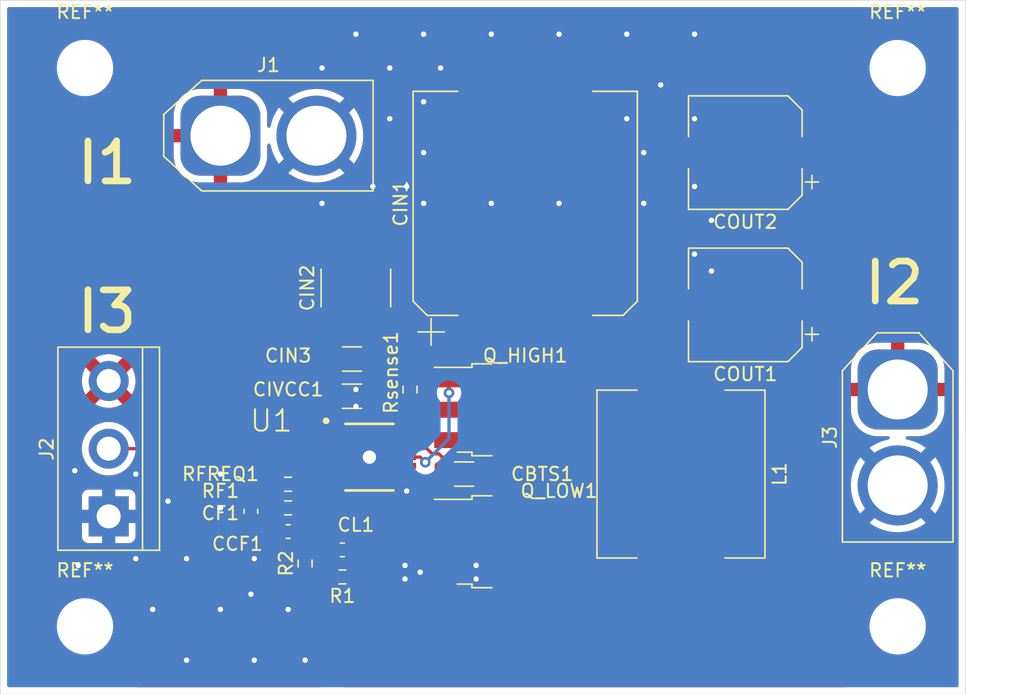
<source format=kicad_pcb>
(kicad_pcb (version 20211014) (generator pcbnew)
  (layers (0 "F.Cu" signal) (31 "B.Cu" signal) (34 "B.Paste" user) (35 "F.Paste" user) (36 "B.SilkS" user "B.Silkscreen") (37 "F.SilkS" user "F.Silkscreen") (38 "B.Mask" user) (39 "F.Mask" user) (44 "Edge.Cuts" user))
  (net 0 "")
  (net 1 "Net-(CBTS1-Pad2)")
  (net 2 "Net-(CBTS1-Pad1)")
  (net 3 "GND")
  (net 4 "Net-(CCF1-Pad1)")
  (net 5 "Net-(CF1-Pad1)")
  (net 6 "Net-(CIN1-Pad1)")
  (net 7 "Net-(CIVCC1-Pad1)")
  (net 8 "Net-(CL1-Pad2)")
  (net 9 "Net-(CL1-Pad1)")
  (net 10 "Net-(Q_HIGH1-Pad1)")
  (net 11 "Net-(Q_LOW1-Pad1)")
  (net 12 "Net-(RFREQ1-Pad1)")
  (net 13 "Net-(Rsense1-Pad1)")
  (net 14 "Net-(U1-Pad3)")
  (footprint "Capacitor_SMD:C_1206_3216Metric_Pad1.33x1.80mm_HandSolder" (layer "F.Cu") (at 116.078 59.69)
    (fp_text reference "CBTS1" (at 5.842 0) (layer "F.SilkS"))
    (fp_text value "270n")
    (fp_line (start -0.711252 0.91) (end 0.711252 0.91) (layer "F.SilkS") (width 0.12))
    (fp_line (start -0.711252 -0.91) (end 0.711252 -0.91) (layer "F.SilkS") (width 0.12))
    (pad "1" smd roundrect locked (at -1.5625 0) (size 1.325 1.8) (layers "F.Cu" "F.Paste" "F.Mask") (roundrect_rratio 0.1886792453) (net 2 "Net-(CBTS1-Pad1)"))
    (pad "2" smd roundrect locked (at 1.5625 0) (size 1.325 1.8) (layers "F.Cu" "F.Paste" "F.Mask") (roundrect_rratio 0.1886792453) (net 1 "Net-(CBTS1-Pad2)"))
  )
  (footprint "Capacitor_SMD:C_0603_1608Metric_Pad1.08x0.95mm_HandSolder" (layer "F.Cu") (at 102.87 64.008 180)
    (fp_text reference "CCF1" (at 3.81 -0.922) (layer "F.SilkS"))
    (fp_text value "12p")
    (fp_line (start -0.146267 -0.51) (end 0.146267 -0.51) (layer "F.SilkS") (width 0.12))
    (fp_line (start -0.146267 0.51) (end 0.146267 0.51) (layer "F.SilkS") (width 0.12))
    (pad "1" smd roundrect locked (at -0.8625 0 180) (size 1.075 0.95) (layers "F.Cu" "F.Paste" "F.Mask") (net 4 "Net-(CCF1-Pad1)"))
    (pad "2" smd roundrect locked (at 0.8625 0 180) (size 1.075 0.95) (layers "F.Cu" "F.Paste" "F.Mask") (net 3 "GND"))
  )
  (footprint "Capacitor_SMD:C_0603_1608Metric_Pad1.08x0.95mm_HandSolder" (layer "F.Cu") (at 100.076 62.484 -90)
    (fp_text reference "CF1" (at 0.146267 2.286 180) (layer "F.SilkS"))
    (fp_text value "15n")
    (fp_line (start -0.146267 -0.51) (end 0.146267 -0.51) (layer "F.SilkS") (width 0.12))
    (fp_line (start -0.146267 0.51) (end 0.146267 0.51) (layer "F.SilkS") (width 0.12))
    (pad "1" smd roundrect locked (at -0.8625 0 270) (size 1.075 0.95) (layers "F.Cu" "F.Paste" "F.Mask") (net 5 "Net-(CF1-Pad1)"))
    (pad "2" smd roundrect locked (at 0.8625 0 270) (size 1.075 0.95) (layers "F.Cu" "F.Paste" "F.Mask") (net 3 "GND"))
  )
  (footprint "Capacitor_SMD:CP_Elec_16x17.5" (layer "F.Cu") (at 120.65 39.37 90)
    (fp_text reference "CIN1" (at 0 -9.35 90) (layer "F.SilkS"))
    (fp_text value "470u")
    (fp_line (start -8.41 -7.345563) (end -8.41 -5.06) (layer "F.SilkS") (width 0.12))
    (fp_line (start -9.65 -8.06) (end -9.65 -6.06) (layer "F.SilkS") (width 0.12))
    (fp_line (start -7.345563 8.41) (end 8.41 8.41) (layer "F.SilkS") (width 0.12))
    (fp_line (start 8.41 8.41) (end 8.41 5.06) (layer "F.SilkS") (width 0.12))
    (fp_line (start -8.41 -7.345563) (end -7.345563 -8.41) (layer "F.SilkS") (width 0.12))
    (fp_line (start -10.65 -7.06) (end -8.65 -7.06) (layer "F.SilkS") (width 0.12))
    (fp_line (start -7.345563 -8.41) (end 8.41 -8.41) (layer "F.SilkS") (width 0.12))
    (fp_line (start 8.41 -8.41) (end 8.41 -5.06) (layer "F.SilkS") (width 0.12))
    (fp_line (start -8.41 7.345563) (end -7.345563 8.41) (layer "F.SilkS") (width 0.12))
    (fp_line (start -8.41 7.345563) (end -8.41 5.06) (layer "F.SilkS") (width 0.12))
    (pad "1" smd roundrect locked (at -6.25 0 90) (size 7.8 9.6) (layers "F.Cu" "F.Paste" "F.Mask") (roundrect_rratio 0.03205102564) (net 6 "Net-(CIN1-Pad1)"))
    (pad "2" smd roundrect locked (at 6.25 0 90) (size 7.8 9.6) (layers "F.Cu" "F.Paste" "F.Mask") (roundrect_rratio 0.03205102564) (net 3 "GND"))
  )
  (footprint "Capacitor_SMD:C_2220_5650Metric_Pad1.97x5.40mm_HandSolder" (layer "F.Cu") (at 107.95 45.72 90)
    (fp_text reference "CIN2" (at 0 -3.65 90) (layer "F.SilkS"))
    (fp_text value "22u")
    (fp_line (start -1.415748 2.61) (end 1.415748 2.61) (layer "F.SilkS") (width 0.12))
    (fp_line (start -1.415748 -2.61) (end 1.415748 -2.61) (layer "F.SilkS") (width 0.12))
    (pad "1" smd roundrect locked (at -2.6375 0 90) (size 1.975 5.4) (layers "F.Cu" "F.Paste" "F.Mask") (roundrect_rratio 0.1265817722) (net 6 "Net-(CIN1-Pad1)"))
    (pad "2" smd roundrect locked (at 2.6375 0 90) (size 1.975 5.4) (layers "F.Cu" "F.Paste" "F.Mask") (roundrect_rratio 0.1265817722) (net 3 "GND"))
  )
  (footprint "Capacitor_SMD:C_1206_3216Metric_Pad1.33x1.80mm_HandSolder" (layer "F.Cu") (at 107.6575 51.054)
    (fp_text reference "CIN3" (at -4.7875 -0.254) (layer "F.SilkS"))
    (fp_text value "1u")
    (fp_line (start -0.711252 -0.91) (end 0.711252 -0.91) (layer "F.SilkS") (width 0.12))
    (fp_line (start -0.711252 0.91) (end 0.711252 0.91) (layer "F.SilkS") (width 0.12))
    (pad "1" smd roundrect locked (at -1.5625 0) (size 1.325 1.8) (layers "F.Cu" "F.Paste" "F.Mask") (roundrect_rratio 0.1886792453) (net 6 "Net-(CIN1-Pad1)"))
    (pad "2" smd roundrect locked (at 1.5625 0) (size 1.325 1.8) (layers "F.Cu" "F.Paste" "F.Mask") (roundrect_rratio 0.1886792453) (net 3 "GND"))
  )
  (footprint "Capacitor_SMD:C_1206_3216Metric_Pad1.33x1.80mm_HandSolder" (layer "F.Cu") (at 107.6575 53.848)
    (fp_text reference "CIVCC1" (at -4.7875 -0.508) (layer "F.SilkS"))
    (fp_text value "1u")
    (fp_line (start -0.711252 -0.91) (end 0.711252 -0.91) (layer "F.SilkS") (width 0.12))
    (fp_line (start -0.711252 0.91) (end 0.711252 0.91) (layer "F.SilkS") (width 0.12))
    (pad "1" smd roundrect locked (at -1.5625 0) (size 1.325 1.8) (layers "F.Cu" "F.Paste" "F.Mask") (roundrect_rratio 0.1886792453) (net 7 "Net-(CIVCC1-Pad1)"))
    (pad "2" smd roundrect locked (at 1.5625 0) (size 1.325 1.8) (layers "F.Cu" "F.Paste" "F.Mask") (roundrect_rratio 0.1886792453) (net 3 "GND"))
  )
  (footprint "Capacitor_SMD:C_0603_1608Metric_Pad1.08x0.95mm_HandSolder" (layer "F.Cu") (at 106.934 65.3815 180)
    (fp_text reference "CL1" (at -1.016 1.8815) (layer "F.SilkS"))
    (fp_text value "120p")
    (fp_line (start -0.146267 0.51) (end 0.146267 0.51) (layer "F.SilkS") (width 0.12))
    (fp_line (start -0.146267 -0.51) (end 0.146267 -0.51) (layer "F.SilkS") (width 0.12))
    (pad "1" smd roundrect locked (at -0.8625 0 180) (size 1.075 0.95) (layers "F.Cu" "F.Paste" "F.Mask") (net 9 "Net-(CL1-Pad1)"))
    (pad "2" smd roundrect locked (at 0.8625 0 180) (size 1.075 0.95) (layers "F.Cu" "F.Paste" "F.Mask") (net 8 "Net-(CL1-Pad2)"))
  )
  (footprint "Capacitor_SMD:CP_Elec_8x11.9" (layer "F.Cu") (at 137.16 46.99 180)
    (fp_text reference "COUT1" (at 0 -5.2) (layer "F.SilkS"))
    (fp_text value "100u")
    (fp_line (start -4.26 -3.195563) (end -4.26 -1.21) (layer "F.SilkS") (width 0.12))
    (fp_line (start -3.195563 -4.26) (end 4.26 -4.26) (layer "F.SilkS") (width 0.12))
    (fp_line (start -5 -2.71) (end -5 -1.71) (layer "F.SilkS") (width 0.12))
    (fp_line (start 4.26 -4.26) (end 4.26 -1.21) (layer "F.SilkS") (width 0.12))
    (fp_line (start -4.26 3.195563) (end -4.26 1.21) (layer "F.SilkS") (width 0.12))
    (fp_line (start 4.26 4.26) (end 4.26 1.21) (layer "F.SilkS") (width 0.12))
    (fp_line (start -5.5 -2.21) (end -4.5 -2.21) (layer "F.SilkS") (width 0.12))
    (fp_line (start -3.195563 4.26) (end 4.26 4.26) (layer "F.SilkS") (width 0.12))
    (fp_line (start -4.26 -3.195563) (end -3.195563 -4.26) (layer "F.SilkS") (width 0.12))
    (fp_line (start -4.26 3.195563) (end -3.195563 4.26) (layer "F.SilkS") (width 0.12))
    (pad "1" smd roundrect (at -3.475 0 180) (size 4.15 1.9) (layers "F.Cu" "F.Paste" "F.Mask") (roundrect_rratio 0.1315789474) (net 9 "Net-(CL1-Pad1)"))
    (pad "2" smd roundrect (at 3.475 0 180) (size 4.15 1.9) (layers "F.Cu" "F.Paste" "F.Mask") (roundrect_rratio 0.1315789474) (net 3 "GND"))
  )
  (footprint "Capacitor_SMD:CP_Elec_8x11.9" (layer "F.Cu") (at 137.16 35.56 180)
    (fp_text reference "COUT2" (at 0 -5.2) (layer "F.SilkS"))
    (fp_text value "100u")
    (fp_line (start -4.26 -3.195563) (end -4.26 -1.21) (layer "F.SilkS") (width 0.12))
    (fp_line (start -3.195563 -4.26) (end 4.26 -4.26) (layer "F.SilkS") (width 0.12))
    (fp_line (start 4.26 4.26) (end 4.26 1.21) (layer "F.SilkS") (width 0.12))
    (fp_line (start -4.26 3.195563) (end -3.195563 4.26) (layer "F.SilkS") (width 0.12))
    (fp_line (start -5.5 -2.21) (end -4.5 -2.21) (layer "F.SilkS") (width 0.12))
    (fp_line (start -3.195563 4.26) (end 4.26 4.26) (layer "F.SilkS") (width 0.12))
    (fp_line (start -5 -2.71) (end -5 -1.71) (layer "F.SilkS") (width 0.12))
    (fp_line (start 4.26 -4.26) (end 4.26 -1.21) (layer "F.SilkS") (width 0.12))
    (fp_line (start -4.26 3.195563) (end -4.26 1.21) (layer "F.SilkS") (width 0.12))
    (fp_line (start -4.26 -3.195563) (end -3.195563 -4.26) (layer "F.SilkS") (width 0.12))
    (pad "1" smd roundrect (at -3.475 0 180) (size 4.15 1.9) (layers "F.Cu" "F.Paste" "F.Mask") (roundrect_rratio 0.1315789474) (net 9 "Net-(CL1-Pad1)"))
    (pad "2" smd roundrect (at 3.475 0 180) (size 4.15 1.9) (layers "F.Cu" "F.Paste" "F.Mask") (roundrect_rratio 0.1315789474) (net 3 "GND"))
  )
  (footprint "Inductor_SMD:L_12x12mm_H8mm" (layer "F.Cu") (at 132.334 59.69 -90)
    (fp_text reference "L1" (at 0 -7.4 90) (layer "F.SilkS"))
    (fp_text value "5.6uH")
    (fp_line (start -6.3 6.3) (end -6.3 3.3) (layer "F.SilkS") (width 0.12))
    (fp_line (start 6.3 3.3) (end 6.3 6.3) (layer "F.SilkS") (width 0.12))
    (fp_line (start 6.3 6.3) (end -6.3 6.3) (layer "F.SilkS") (width 0.12))
    (fp_line (start -6.3 -6.3) (end 6.3 -6.3) (layer "F.SilkS") (width 0.12))
    (fp_line (start -6.3 -3.3) (end -6.3 -6.3) (layer "F.SilkS") (width 0.12))
    (fp_line (start 6.3 -6.3) (end 6.3 -3.3) (layer "F.SilkS") (width 0.12))
    (pad "1" smd rect locked (at -4.95 0 270) (size 2.9 5.4) (layers "F.Cu" "F.Paste" "F.Mask") (net 9 "Net-(CL1-Pad1)"))
    (pad "2" smd rect locked (at 4.95 0 270) (size 2.9 5.4) (layers "F.Cu" "F.Paste" "F.Mask") (net 1 "Net-(CBTS1-Pad2)"))
  )
  (footprint "Package_TO_SOT_SMD:TO-252-3_TabPin2" (layer "F.Cu") (at 119.126 54.864)
    (fp_text reference "Q_HIGH1" (at 1.524 -4.064) (layer "F.SilkS"))
    (fp_text value "Q_NMOS_GDS")
    (fp_line (start -2.47 3.18) (end -3.57 3.18) (layer "F.SilkS") (width 0.12))
    (fp_line (start -0.97 3.45) (end -2.47 3.45) (layer "F.SilkS") (width 0.12))
    (fp_line (start -2.47 -3.45) (end -2.47 -3.18) (layer "F.SilkS") (width 0.12))
    (fp_line (start -2.47 -3.18) (end -5.3 -3.18) (layer "F.SilkS") (width 0.12))
    (fp_line (start -2.47 3.45) (end -2.47 3.18) (layer "F.SilkS") (width 0.12))
    (fp_line (start -0.97 -3.45) (end -2.47 -3.45) (layer "F.SilkS") (width 0.12))
    (pad "1" smd rect locked (at -4.2 -2.28) (size 2.2 1.2) (layers "F.Cu" "F.Paste" "F.Mask") (net 10 "Net-(Q_HIGH1-Pad1)"))
    (pad "2" smd rect locked (at 2.1 0) (size 6.4 5.8) (layers "F.Cu" "F.Mask") (net 6 "Net-(CIN1-Pad1)"))
    (pad "2" smd rect locked (at -4.2 0) (size 2.2 1.2) (layers "F.Cu" "F.Paste" "F.Mask") (net 6 "Net-(CIN1-Pad1)"))
    (pad "3" smd rect locked (at -4.2 2.28) (size 2.2 1.2) (layers "F.Cu" "F.Paste" "F.Mask") (net 1 "Net-(CBTS1-Pad2)"))
  )
  (footprint "Package_TO_SOT_SMD:TO-252-3_TabPin2" (layer "F.Cu") (at 119.126 64.77)
    (fp_text reference "Q_LOW1" (at 4.064 -3.81) (layer "F.SilkS"))
    (fp_text value "Q_NMOS_GDS")
    (fp_line (start -2.47 -3.18) (end -5.3 -3.18) (layer "F.SilkS") (width 0.12))
    (fp_line (start -2.47 -3.45) (end -2.47 -3.18) (layer "F.SilkS") (width 0.12))
    (fp_line (start -2.47 3.18) (end -3.57 3.18) (layer "F.SilkS") (width 0.12))
    (fp_line (start -2.47 3.45) (end -2.47 3.18) (layer "F.SilkS") (width 0.12))
    (fp_line (start -0.97 -3.45) (end -2.47 -3.45) (layer "F.SilkS") (width 0.12))
    (fp_line (start -0.97 3.45) (end -2.47 3.45) (layer "F.SilkS") (width 0.12))
    (pad "1" smd rect locked (at -4.2 -2.28) (size 2.2 1.2) (layers "F.Cu" "F.Paste" "F.Mask") (net 11 "Net-(Q_LOW1-Pad1)"))
    (pad "2" smd rect locked (at 2.1 0) (size 6.4 5.8) (layers "F.Cu" "F.Mask") (net 1 "Net-(CBTS1-Pad2)"))
    (pad "2" smd rect locked (at -4.2 0) (size 2.2 1.2) (layers "F.Cu" "F.Paste" "F.Mask") (net 1 "Net-(CBTS1-Pad2)"))
    (pad "3" smd rect locked (at -4.2 2.28) (size 2.2 1.2) (layers "F.Cu" "F.Paste" "F.Mask") (net 3 "GND"))
  )
  (footprint "Resistor_SMD:R_0603_1608Metric_Pad0.98x0.95mm_HandSolder" (layer "F.Cu") (at 106.934 67.4135 180)
    (fp_text reference "R1" (at 0 -1.43) (layer "F.SilkS"))
    (fp_text value "100k")
    (fp_line (start -0.254724 -0.5225) (end 0.254724 -0.5225) (layer "F.SilkS") (width 0.12))
    (fp_line (start -0.254724 0.5225) (end 0.254724 0.5225) (layer "F.SilkS") (width 0.12))
    (pad "1" smd roundrect locked (at -0.9125 0 180) (size 0.975 0.95) (layers "F.Cu" "F.Paste" "F.Mask") (net 9 "Net-(CL1-Pad1)"))
    (pad "2" smd roundrect locked (at 0.9125 0 180) (size 0.975 0.95) (layers "F.Cu" "F.Paste" "F.Mask") (net 8 "Net-(CL1-Pad2)"))
  )
  (footprint "Resistor_SMD:R_0603_1608Metric_Pad0.98x0.95mm_HandSolder" (layer "F.Cu") (at 104.14 66.3975 90)
    (fp_text reference "R2" (at 0 -1.43 90) (layer "F.SilkS"))
    (fp_text value "8k")
    (fp_line (start -0.254724 -0.5225) (end 0.254724 -0.5225) (layer "F.SilkS") (width 0.12))
    (fp_line (start -0.254724 0.5225) (end 0.254724 0.5225) (layer "F.SilkS") (width 0.12))
    (pad "1" smd roundrect locked (at -0.9125 0 90) (size 0.975 0.95) (layers "F.Cu" "F.Paste" "F.Mask") (net 8 "Net-(CL1-Pad2)"))
    (pad "2" smd roundrect locked (at 0.9125 0 90) (size 0.975 0.95) (layers "F.Cu" "F.Paste" "F.Mask") (net 3 "GND"))
  )
  (footprint "Resistor_SMD:R_0603_1608Metric_Pad0.98x0.95mm_HandSolder" (layer "F.Cu") (at 102.87 62.23 180)
    (fp_text reference "RF1" (at 5.08 1.27) (layer "F.SilkS"))
    (fp_text value "6.65k")
    (fp_line (start -0.254724 -0.5225) (end 0.254724 -0.5225) (layer "F.SilkS") (width 0.12))
    (fp_line (start -0.254724 0.5225) (end 0.254724 0.5225) (layer "F.SilkS") (width 0.12))
    (pad "1" smd roundrect locked (at -0.9125 0 180) (size 0.975 0.95) (layers "F.Cu" "F.Paste" "F.Mask") (net 4 "Net-(CCF1-Pad1)"))
    (pad "2" smd roundrect locked (at 0.9125 0 180) (size 0.975 0.95) (layers "F.Cu" "F.Paste" "F.Mask") (net 5 "Net-(CF1-Pad1)"))
  )
  (footprint "Resistor_SMD:R_0603_1608Metric_Pad0.98x0.95mm_HandSolder" (layer "F.Cu") (at 102.87 60.452 180)
    (fp_text reference "RFREQ1" (at 5.08 0.762) (layer "F.SilkS"))
    (fp_text value "20k")
    (fp_line (start -0.254724 0.5225) (end 0.254724 0.5225) (layer "F.SilkS") (width 0.12))
    (fp_line (start -0.254724 -0.5225) (end 0.254724 -0.5225) (layer "F.SilkS") (width 0.12))
    (pad "1" smd roundrect locked (at -0.9125 0 180) (size 0.975 0.95) (layers "F.Cu" "F.Paste" "F.Mask") (net 12 "Net-(RFREQ1-Pad1)"))
    (pad "2" smd roundrect locked (at 0.9125 0 180) (size 0.975 0.95) (layers "F.Cu" "F.Paste" "F.Mask") (net 3 "GND"))
  )
  (footprint "Resistor_SMD:R_0603_1608Metric_Pad0.98x0.95mm_HandSolder" (layer "F.Cu") (at 112.014 53.34 90)
    (fp_text reference "Rsense1" (at 1.27 -1.43 90) (layer "F.SilkS"))
    (fp_text value "1.1k")
    (fp_line (start -0.254724 0.5225) (end 0.254724 0.5225) (layer "F.SilkS") (width 0.12))
    (fp_line (start -0.254724 -0.5225) (end 0.254724 -0.5225) (layer "F.SilkS") (width 0.12))
    (pad "1" smd roundrect locked (at -0.9125 0 90) (size 0.975 0.95) (layers "F.Cu" "F.Paste" "F.Mask") (net 13 "Net-(Rsense1-Pad1)"))
    (pad "2" smd roundrect locked (at 0.9125 0 90) (size 0.975 0.95) (layers "F.Cu" "F.Paste" "F.Mask") (net 6 "Net-(CIN1-Pad1)"))
  )
  (footprint "pcb_15V:SOP65P600X170-15N-V2" (layer "F.Cu") (at 108.966 58.42)
    (fp_text reference "U1" (at -7.366 -2.725) (layer "F.SilkS") (effects (font (size 1.6 1.6))))
    (fp_text value "TLF51801ELV")
    (fp_line (start -1.8 2.5) (end 1.8 2.5) (layer "F.SilkS") (width 0.2))
    (fp_line (start -1.8 -2.5) (end 1.8 -2.5) (layer "F.SilkS") (width 0.2))
    (fp_circle (center -3.252 -2.725) (end -3.127 -2.725) (layer "F.SilkS") (width 0.25) (fill none))
    (pad "1" smd rect locked (at -2.845 -1.95) (size 1.31 0.45) (layers "F.Cu" "F.Paste" "F.Mask") (net 7 "Net-(CIVCC1-Pad1)"))
    (pad "2" smd rect locked (at -2.845 -1.3) (size 1.31 0.45) (layers "F.Cu" "F.Paste" "F.Mask") (net 6 "Net-(CIN1-Pad1)"))
    (pad "3" smd rect locked (at -2.845 -0.65) (size 1.31 0.45) (layers "F.Cu" "F.Paste" "F.Mask") (net 14 "Net-(U1-Pad3)"))
    (pad "4" smd rect locked (at -2.845 0) (size 1.31 0.45) (layers "F.Cu" "F.Paste" "F.Mask") (net 3 "GND"))
    (pad "5" smd rect locked (at -2.845 0.65) (size 1.31 0.45) (layers "F.Cu" "F.Paste" "F.Mask") (net 12 "Net-(RFREQ1-Pad1)"))
    (pad "6" smd rect locked (at -2.845 1.3) (size 1.31 0.45) (layers "F.Cu" "F.Paste" "F.Mask") (net 4 "Net-(CCF1-Pad1)"))
    (pad "7" smd rect locked (at -2.845 1.95) (size 1.31 0.45) (layers "F.Cu" "F.Paste" "F.Mask") (net 8 "Net-(CL1-Pad2)"))
    (pad "8" smd rect locked (at 2.845 1.95) (size 1.31 0.45) (layers "F.Cu" "F.Paste" "F.Mask") (net 3 "GND"))
    (pad "9" smd rect locked (at 2.845 1.3) (size 1.31 0.45) (layers "F.Cu" "F.Paste" "F.Mask") (net 11 "Net-(Q_LOW1-Pad1)"))
    (pad "10" smd rect locked (at 2.845 0.65) (size 1.31 0.45) (layers "F.Cu" "F.Paste" "F.Mask") (net 1 "Net-(CBTS1-Pad2)"))
    (pad "11" smd rect locked (at 2.845 0) (size 1.31 0.45) (layers "F.Cu" "F.Paste" "F.Mask") (net 10 "Net-(Q_HIGH1-Pad1)"))
    (pad "12" smd rect locked (at 2.845 -0.65) (size 1.31 0.45) (layers "F.Cu" "F.Paste" "F.Mask") (net 2 "Net-(CBTS1-Pad1)"))
    (pad "13" smd rect locked (at 2.845 -1.3) (size 1.31 0.45) (layers "F.Cu" "F.Paste" "F.Mask") (net 1 "Net-(CBTS1-Pad2)"))
    (pad "14" smd rect locked (at 2.845 -1.95) (size 1.31 0.45) (layers "F.Cu" "F.Paste" "F.Mask") (net 13 "Net-(Rsense1-Pad1)"))
    (pad "15" smd rect locked (at 0 0) (size 2.65 3) (layers "F.Cu" "F.Mask"))
  )
  (footprint "robotto:TerminalBlock_bornier-3_P5.08mm" (layer "F.Cu") (at 89.408 62.865 90)
    (fp_text reference "J2" (at 5.05 -4.65 90) (layer "F.SilkS"))
    (fp_text value "Conn_01x03_Male")
    (fp_line (start -2.54 -3.81) (end 12.7 -3.81) (layer "F.SilkS") (width 0.12))
    (fp_line (start 12.7 3.81) (end 12.7 -3.81) (layer "F.SilkS") (width 0.12))
    (fp_line (start -2.54 3.81) (end 12.7 3.81) (layer "F.SilkS") (width 0.12))
    (fp_line (start -2.54 3.81) (end -2.54 -3.81) (layer "F.SilkS") (width 0.12))
    (fp_line (start -2.54 2.54) (end 12.7 2.54) (layer "F.SilkS") (width 0.12))
    (pad "1" thru_hole rect (at 0 0 90) (size 3 3) (drill 1.8) (layers *.Cu *.Mask) (net 3 "GND"))
    (pad "2" thru_hole circle (at 5.08 0 90) (size 3 3) (drill 1.8) (layers *.Cu *.Mask) (net 14 "Net-(U1-Pad3)"))
    (pad "3" thru_hole circle (at 10.16 0 90) (size 3 3) (drill 1.8) (layers *.Cu *.Mask) (net 6 "Net-(CIN1-Pad1)"))
  )
  (footprint "Connector_AMASS:AMASS_XT60-F_1x02_P7.20mm_Vertical" (layer "F.Cu") (at 97.79 34.29)
    (fp_text reference "J1" (at 3.6 -5.3 180) (layer "F.SilkS"))
    (fp_text value "Conn_01x02_Female")
    (fp_line (start -4.25 1.55) (end -1.4 4.15) (layer "F.SilkS") (width 0.12))
    (fp_line (start -1.4 -4.15) (end -4.25 -1.6) (layer "F.SilkS") (width 0.12))
    (fp_line (start -1.4 4.15) (end 11.45 4.15) (layer "F.SilkS") (width 0.12))
    (fp_line (start 11.45 -4.15) (end -1.4 -4.15) (layer "F.SilkS") (width 0.12))
    (fp_line (start -4.25 -1.6) (end -4.25 1.55) (layer "F.SilkS") (width 0.12))
    (fp_line (start 11.45 4.15) (end 11.45 -4.15) (layer "F.SilkS") (width 0.12))
    (pad "1" thru_hole roundrect (at 0 0) (size 6 6) (drill 4.5) (layers *.Cu *.Mask) (net 6 "Net-(CIN1-Pad1)"))
    (pad "2" thru_hole circle (at 7.2 0) (size 6 6) (drill 4.5) (layers *.Cu *.Mask) (net 3 "GND"))
  )
  (footprint "MountingHole:MountingHole_3.2mm_M3" (layer "F.Cu") (at 148.59 29.21)
    (fp_text reference "REF**" (at 0 -4.2) (layer "F.SilkS"))
    (fp_text value "MountingHole_3.2mm_M3")
    (pad "" np_thru_hole circle (at 0 0) (size 3.2 3.2) (drill 3.2) (layers *.Cu *.Mask))
  )
  (footprint "Connector_AMASS:AMASS_XT60-F_1x02_P7.20mm_Vertical" (layer "F.Cu") (at 148.59 53.34 -90)
    (fp_text reference "J3" (at 3.6 5.08 90) (layer "F.SilkS"))
    (fp_text value "Conn_01x02_Female")
    (fp_line (start -1.4 4.15) (end 11.45 4.15) (layer "F.SilkS") (width 0.12))
    (fp_line (start -1.4 -4.15) (end -4.25 -1.6) (layer "F.SilkS") (width 0.12))
    (fp_line (start 11.45 -4.15) (end -1.4 -4.15) (layer "F.SilkS") (width 0.12))
    (fp_line (start -4.25 -1.6) (end -4.25 1.55) (layer "F.SilkS") (width 0.12))
    (fp_line (start 11.45 4.15) (end 11.45 -4.15) (layer "F.SilkS") (width 0.12))
    (fp_line (start -4.25 1.55) (end -1.4 4.15) (layer "F.SilkS") (width 0.12))
    (pad "1" thru_hole roundrect (at 0 0 270) (size 6 6) (drill 4.5) (layers *.Cu *.Mask) (net 9 "Net-(CL1-Pad1)"))
    (pad "2" thru_hole circle (at 7.2 0 270) (size 6 6) (drill 4.5) (layers *.Cu *.Mask) (net 3 "GND"))
  )
  (footprint "MountingHole:MountingHole_3.2mm_M3" (layer "F.Cu") (at 87.63 71.12)
    (fp_text reference "REF**" (at 0 -4.2) (layer "F.SilkS"))
    (fp_text value "MountingHole_3.2mm_M3")
    (pad "" np_thru_hole circle (at 0 0) (size 3.2 3.2) (drill 3.2) (layers *.Cu *.Mask))
  )
  (footprint "MountingHole:MountingHole_3.2mm_M3" (layer "F.Cu") (at 87.63 29.21)
    (fp_text reference "REF**" (at 0 -4.2) (layer "F.SilkS"))
    (fp_text value "MountingHole_3.2mm_M3")
    (pad "" np_thru_hole circle (at 0 0) (size 3.2 3.2) (drill 3.2) (layers *.Cu *.Mask))
  )
  (footprint "MountingHole:MountingHole_3.2mm_M3" (layer "F.Cu") (at 148.59 71.12)
    (fp_text reference "REF**" (at 0 -4.2) (layer "F.SilkS"))
    (fp_text value "MountingHole_3.2mm_M3")
    (pad "" np_thru_hole circle (at 0 0) (size 3.2 3.2) (drill 3.2) (layers *.Cu *.Mask))
  )
  (gr_rect (start 81.28 24.13) (end 153.67 76.2) (layer "Edge.Cuts") (width 0.05) (fill none))
  (gr_text "robotto   15V powerboard\n" (at 83.82 50.8 270) (layer "F.Cu") (effects (font (size 1.5 1.5) (thickness 0.3))))
  (gr_text "I2" (at 148.336 45.339) (layer "F.SilkS") (effects (font (size 3 3) (thickness 0.5))))
  (gr_text "I1" (at 89.281 36.322) (layer "F.SilkS") (effects (font (size 3 3) (thickness 0.5))))
  (gr_text "I3" (at 89.281 47.498) (layer "F.SilkS") (effects (font (size 3 3) (thickness 0.5))))
  (segment (start 110.744 58.928) (end 110.744 57.277) (width 0.25) (layer "F.Cu") (net 1))
  (segment (start 117.6405 59.69) (end 116.84 59.69) (width 0.7) (layer "F.Cu") (net 1))
  (segment (start 116.332 57.658) (end 115.818 57.144) (width 1) (layer "F.Cu") (net 1))
  (segment (start 110.886 59.07) (end 110.744 58.928) (width 0.25) (layer "F.Cu") (net 1))
  (segment (start 116.84 59.69) (end 116.332 59.182) (width 1) (layer "F.Cu") (net 1))
  (segment (start 116.332 59.182) (end 116.332 57.658) (width 1.5) (layer "F.Cu") (net 1))
  (segment (start 114.902 57.12) (end 114.926 57.144) (width 0.25) (layer "F.Cu") (net 1))
  (segment (start 132.204 64.77) (end 132.334 64.64) (width 0.7) (layer "F.Cu") (net 1))
  (segment (start 115.818 57.144) (end 114.926 57.144) (width 0.7) (layer "F.Cu") (net 1))
  (segment (start 110.901 57.12) (end 111.811 57.12) (width 0.25) (layer "F.Cu") (net 1))
  (segment (start 111.811 59.07) (end 110.886 59.07) (width 0.25) (layer "F.Cu") (net 1))
  (segment (start 111.811 57.12) (end 114.902 57.12) (width 0.25) (layer "F.Cu") (net 1))
  (segment (start 110.744 57.277) (end 110.901 57.12) (width 0.25) (layer "F.Cu") (net 1))
  (segment (start 114.427 58.42) (end 114.173 58.166) (width 0.25) (layer "F.Cu") (net 2))
  (segment (start 113.269 57.77) (end 111.811 57.77) (width 0.25) (layer "F.Cu") (net 2))
  (segment (start 113.665 58.166) (end 113.269 57.77) (width 0.25) (layer "F.Cu") (net 2))
  (segment (start 114.173 58.166) (end 113.665 58.166) (width 0.25) (layer "F.Cu") (net 2))
  (segment (start 114.427 59.6015) (end 114.427 58.42) (width 0.25) (layer "F.Cu") (net 2))
  (segment (start 114.5155 59.69) (end 114.427 59.6015) (width 0.25) (layer "F.Cu") (net 2))
  (segment (start 108.712 53.848) (end 107.95 54.61) (width 0.25) (layer "F.Cu") (net 3))
  (segment (start 106.121 58.42) (end 104.2145 58.42) (width 0.25) (layer "F.Cu") (net 3))
  (segment (start 108.204 43.0825) (end 108.204 41.656) (width 2) (layer "F.Cu") (net 3))
  (segment (start 108.204 41.656) (end 111.76 38.1) (width 2) (layer "F.Cu") (net 3))
  (segment (start 104.2145 58.42) (end 104.14 58.4945) (width 0.25) (layer "F.Cu") (net 3))
  (segment (start 111.811 60.37) (end 111.811 60.909) (width 0.25) (layer "F.Cu") (net 3))
  (segment (start 111.811 60.909) (end 111.76 60.96) (width 0.25) (layer "F.Cu") (net 3))
  (segment (start 114.926 67.05) (end 114.04 67.05) (width 0.25) (layer "F.Cu") (net 3))
  (segment (start 109.22 51.054) (end 109.22 52.07) (width 0.25) (layer "F.Cu") (net 3))
  (segment (start 109.22 53.848) (end 108.712 53.848) (width 0.25) (layer "F.Cu") (net 3))
  (segment (start 109.22 52.07) (end 107.95 53.34) (width 0.25) (layer "F.Cu") (net 3))
  (via (at 109.22 38.1) (size 0.8) (drill 0.4) (layers "F.Cu" "B.Cu") (net 3))
  (via (at 102.87 69.85) (size 0.8) (drill 0.4) (layers "F.Cu" "B.Cu") (net 3))
  (via (at 129.54 39.37) (size 0.8) (drill 0.4) (layers "F.Cu" "B.Cu") (net 3))
  (via (at 123.19 26.67) (size 0.8) (drill 0.4) (layers "F.Cu" "B.Cu") (net 3))
  (via (at 133.35 26.67) (size 0.8) (drill 0.4) (layers "F.Cu" "B.Cu") (net 3))
  (via (at 107.95 54.61) (size 0.8) (drill 0.4) (layers "F.Cu" "B.Cu") (net 3))
  (via (at 113.03 35.56) (size 0.8) (drill 0.4) (layers "F.Cu" "B.Cu") (net 3))
  (via (at 97.79 62.23) (size 0.8) (drill 0.4) (layers "F.Cu" "B.Cu") (net 3))
  (via (at 111.76 38.1) (size 0.8) (drill 0.4) (layers "F.Cu" "B.Cu") (net 3))
  (via (at 110.49 33.02) (size 0.8) (drill 0.4) (layers "F.Cu" "B.Cu") (net 3))
  (via (at 130.81 30.48) (size 0.8) (drill 0.4) (layers "F.Cu" "B.Cu") (net 3))
  (via (at 97.79 59.69) (size 0.8) (drill 0.4) (layers "F.Cu" "B.Cu") (net 3))
  (via (at 111.633 67.564) (size 0.8) (drill 0.4) (layers "F.Cu" "B.Cu") (net 3))
  (via (at 100.33 73.66) (size 0.8) (drill 0.4) (layers "F.Cu" "B.Cu") (net 3))
  (via (at 114.3 29.21) (size 0.8) (drill 0.4) (layers "F.Cu" "B.Cu") (net 3))
  (via (at 133.35 33.02) (size 0.8) (drill 0.4) (layers "F.Cu" "B.Cu") (net 3))
  (via (at 113.03 39.37) (size 0.8) (drill 0.4) (layers "F.Cu" "B.Cu") (net 3))
  (via (at 134.62 40.64) (size 0.8) (drill 0.4) (layers "F.Cu" "B.Cu") (net 3))
  (via (at 128.27 33.02) (size 0.8) (drill 0.4) (layers "F.Cu" "B.Cu") (net 3))
  (via (at 110.49 29.21) (size 0.8) (drill 0.4) (layers "F.Cu" "B.Cu") (net 3))
  (via (at 92.71 69.85) (size 0.8) (drill 0.4) (layers "F.Cu" "B.Cu") (net 3))
  (via (at 95.25 73.66) (size 0.8) (drill 0.4) (layers "F.Cu" "B.Cu") (net 3))
  (via (at 87.122 66.548) (size 0.8) (drill 0.4) (layers "F.Cu" "B.Cu") (net 3))
  (via (at 112.776 67.056) (size 0.8) (drill 0.4) (layers "F.Cu" "B.Cu") (net 3))
  (via (at 123.19 39.37) (size 0.8) (drill 0.4) (layers "F.Cu" "B.Cu") (net 3))
  (via (at 113.03 26.67) (size 0.8) (drill 0.4) (layers "F.Cu" "B.Cu") (net 3))
  (via (at 118.11 26.67) (size 0.8) (drill 0.4) (layers "F.Cu" "B.Cu") (net 3))
  (via (at 104.14 73.66) (size 0.8) (drill 0.4) (layers "F.Cu" "B.Cu") (net 3))
  (via (at 86.868 59.436) (size 0.8) (drill 0.4) (layers "F.Cu" "B.Cu") (net 3))
  (via (at 97.79 69.85) (size 0.8) (drill 0.4) (layers "F.Cu" "B.Cu") (net 3))
  (via (at 118.11 39.37) (size 0.8) (drill 0.4) (layers "F.Cu" "B.Cu") (net 3))
  (via (at 100.33 66.04) (size 0.8) (drill 0.4) (layers "F.Cu" "B.Cu") (net 3))
  (via (at 129.54 35.56) (size 0.8) (drill 0.4) (layers "F.Cu" "B.Cu") (net 3))
  (via (at 95.25 66.04) (size 0.8) (drill 0.4) (layers "F.Cu" "B.Cu") (net 3))
  (via (at 108.966 58.42) (size 2) (drill 1) (layers "F.Cu" "B.Cu") (net 3))
  (via (at 133.35 38.1) (size 0.8) (drill 0.4) (layers "F.Cu" "B.Cu") (net 3))
  (via (at 134.62 44.45) (size 0.8) (drill 0.4) (layers "F.Cu" "B.Cu") (net 3))
  (via (at 105.41 29.21) (size 0.8) (drill 0.4) (layers "F.Cu" "B.Cu") (net 3))
  (via (at 128.27 26.67) (size 0.8) (drill 0.4) (layers "F.Cu" "B.Cu") (net 3))
  (via (at 107.95 26.67) (size 0.8) (drill 0.4) (layers "F.Cu" "B.Cu") (net 3))
  (via (at 116.967 67.564) (size 0.8) (drill 0.4) (layers "F.Cu" "B.Cu") (net 3))
  (via (at 113.03 31.75) (size 0.8) (drill 0.4) (layers "F.Cu" "B.Cu") (net 3))
  (via (at 91.44 66.04) (size 0.8) (drill 0.4) (layers "F.Cu" "B.Cu") (net 3))
  (via (at 100.076 68.707) (size 0.8) (drill 0.4) (layers "F.Cu" "B.Cu") (net 3))
  (via (at 107.95 53.34) (size 0.8) (drill 0.4) (layers "F.Cu" "B.Cu") (net 3))
  (via (at 93.853 61.722) (size 0.8) (drill 0.4) (layers "F.Cu" "B.Cu") (net 3))
  (via (at 91.44 59.69) (size 0.8) (drill 0.4) (layers "F.Cu" "B.Cu") (net 3))
  (via (at 111.76 60.96) (size 0.8) (drill 0.4) (layers "F.Cu" "B.Cu") (net 3))
  (via (at 111.633 66.548) (size 0.8) (drill 0.4) (layers "F.Cu" "B.Cu") (net 3))
  (via (at 116.967 66.548) (size 0.8) (drill 0.4) (layers "F.Cu" "B.Cu") (net 3))
  (via (at 105.41 39.37) (size 0.8) (drill 0.4) (layers "F.Cu" "B.Cu") (net 3))
  (via (at 133.35 43.18) (size 0.8) (drill 0.4) (layers "F.Cu" "B.Cu") (net 3))
  (segment (start 106.121 59.72) (end 105.216 59.72) (width 0.25) (layer "F.Cu") (net 4))
  (segment (start 104.595 60.341) (end 104.595 61.4175) (width 0.25) (layer "F.Cu") (net 4))
  (segment (start 105.216 59.72) (end 104.595 60.341) (width 0.25) (layer "F.Cu") (net 4))
  (segment (start 103.7825 62.23) (end 103.7825 63.958) (width 0.25) (layer "F.Cu") (net 4))
  (segment (start 103.7825 63.958) (end 103.7325 64.008) (width 0.25) (layer "F.Cu") (net 4))
  (segment (start 104.595 61.4175) (end 103.7825 62.23) (width 0.25) (layer "F.Cu") (net 4))
  (segment (start 100.6845 62.23) (end 100.076 61.6215) (width 0.25) (layer "F.Cu") (net 5))
  (segment (start 101.9575 62.23) (end 100.6845 62.23) (width 0.25) (layer "F.Cu") (net 5))
  (segment (start 105.38 57.12) (end 104.14 55.88) (width 0.25) (layer "F.Cu") (net 6))
  (segment (start 106.095 51.054) (end 106.095 50.4665) (width 0.7) (layer "F.Cu") (net 6))
  (segment (start 106.121 57.12) (end 105.38 57.12) (width 0.25) (layer "F.Cu") (net 6))
  (segment (start 108.717371 48.3575) (end 108.204 48.3575) (width 0.7) (layer "F.Cu") (net 6))
  (segment (start 112.014 52.4275) (end 111.9695 52.4275) (width 0.7) (layer "F.Cu") (net 6))
  (segment (start 114.926 54.864) (end 114.406 54.864) (width 0.7) (layer "F.Cu") (net 6))
  (segment (start 106.095 53.848) (end 106.121 53.874) (width 0.25) (layer "F.Cu") (net 7))
  (segment (start 106.121 53.874) (end 106.121 56.47) (width 0.25) (layer "F.Cu") (net 7))
  (segment (start 106.121 67.314) (end 106.0215 67.4135) (width 0.25) (layer "F.Cu") (net 8))
  (segment (start 106.121 60.37) (end 106.121 65.1785) (width 0.25) (layer "F.Cu") (net 8))
  (segment (start 106.0715 67.3635) (end 106.0215 67.4135) (width 0.25) (layer "F.Cu") (net 8))
  (segment (start 105.918 67.31) (end 106.0215 67.4135) (width 0.25) (layer "F.Cu") (net 8))
  (segment (start 106.0715 65.3815) (end 106.0715 67.3635) (width 0.25) (layer "F.Cu") (net 8))
  (segment (start 104.14 67.31) (end 105.918 67.31) (width 0.25) (layer "F.Cu") (net 8))
  (segment (start 107.7965 65.3815) (end 107.7965 67.3635) (width 0.7) (layer "F.Cu") (net 9))
  (segment (start 107.7965 67.3635) (end 107.8465 67.4135) (width 0.7) (layer "F.Cu") (net 9))
  (segment (start 140.97 47.325) (end 140.635 46.99) (width 0.7) (layer "F.Cu") (net 9))
  (segment (start 114.926 53.434) (end 114.935 53.443) (width 0.25) (layer "F.Cu") (net 10))
  (segment (start 114.926 52.584) (end 114.926 53.434) (width 0.25) (layer "F.Cu") (net 10))
  (segment (start 114.814 52.584) (end 114.926 52.584) (width 0.25) (layer "F.Cu") (net 10))
  (segment (start 112.776 58.42) (end 113.157 58.801) (width 0.25) (layer "F.Cu") (net 10))
  (segment (start 114.935 53.443) (end 114.935 53.594) (width 0.25) (layer "F.Cu") (net 10))
  (segment (start 111.811 58.42) (end 112.776 58.42) (width 0.25) (layer "F.Cu") (net 10))
  (via (at 114.935 53.594) (size 0.8) (drill 0.4) (layers "F.Cu" "B.Cu") (net 10))
  (via (at 113.157 58.801) (size 0.8) (drill 0.4) (layers "F.Cu" "B.Cu") (net 10))
  (segment (start 114.935 57.023) (end 114.935 53.594) (width 0.25) (layer "B.Cu") (net 10))
  (segment (start 113.157 58.801) (end 114.935 57.023) (width 0.25) (layer "B.Cu") (net 10))
  (segment (start 111.811 59.72) (end 112.716 59.72) (width 0.25) (layer "F.Cu") (net 11))
  (segment (start 113.03 62.103) (end 113.417 62.49) (width 0.25) (layer "F.Cu") (net 11))
  (segment (start 113.417 62.49) (end 114.926 62.49) (width 0.25) (layer "F.Cu") (net 11))
  (segment (start 113.03 60.034) (end 113.03 62.103) (width 0.25) (layer "F.Cu") (net 11))
  (segment (start 112.716 59.72) (end 113.03 60.034) (width 0.25) (layer "F.Cu") (net 11))
  (segment (start 105.1645 59.07) (end 106.121 59.07) (width 0.25) (layer "F.Cu") (net 12))
  (segment (start 103.7825 60.452) (end 105.1645 59.07) (width 0.25) (layer "F.Cu") (net 12))
  (segment (start 111.811 56.47) (end 111.811 54.4555) (width 0.25) (layer "F.Cu") (net 13))
  (segment (start 111.811 54.4555) (end 112.014 54.2525) (width 0.25) (layer "F.Cu") (net 13))
  (segment (start 95.9 57.77) (end 95.885 57.785) (width 0.25) (layer "F.Cu") (net 14))
  (segment (start 95.9 57.77) (end 106.121 57.77) (width 0.25) (layer "F.Cu") (net 14))
  (segment (start 95.885 57.785) (end 89.408 57.785) (width 0.25) (layer "F.Cu") (net 14))
  (zone (net 3) (net_name "GND") (layer "F.Cu") (connect_pads (clearance 0.508)) (min_thickness 0.254) (fill yes (thermal_gap 0.508) (thermal_bridge_width 1))
    (polygon (pts (xy 135.89 49.53) (xy 132.08 49.53) (xy 132.08 40.64) (xy 102.870001 40.64) (xy 102.87 25.4) (xy 135.89 25.4)))
  )
  (zone (net 6) (net_name "Net-(CIN1-Pad1)") (layer "F.Cu") (connect_pads (clearance 0.508)) (min_thickness 0.254) (fill yes (thermal_gap 0.508) (thermal_bridge_width 1))
    (polygon (pts (xy 101.749138 43.18) (xy 130.81 43.18) (xy 130.81 49.53) (xy 127 49.53) (xy 127 58.42) (xy 118.11 58.42) (xy 118.11 55.88) (xy 113.03 55.88) (xy 113.03 53.34) (xy 110.49 53.34) (xy 110.49 49.53) (xy 107.95 49.53) (xy 107.95 52.07) (xy 106.68 52.07) (xy 106.68 57.15) (xy 86.36 57.15) (xy 86.36 34.29) (xy 92.71 34.29) (xy 92.71 25.527) (xy 101.6 25.527)))
  )
  (zone (net 3) (net_name "GND") (layer "F.Cu") (connect_pads (clearance 0.508)) (min_thickness 0.254) (fill yes (thermal_gap 0.508) (thermal_bridge_width 0.508))
    (polygon (pts (xy 117.475 68.072) (xy 110.998 68.072) (xy 110.998 66.04) (xy 117.475 66.04)))
  )
  (zone (net 9) (net_name "Net-(CL1-Pad1)") (layer "F.Cu") (connect_pads (clearance 0.508)) (min_thickness 0.254) (fill yes (thermal_gap 0.508) (thermal_bridge_width 1))
    (polygon (pts (xy 153.67 57.15) (xy 144.78 57.15) (xy 144.78 76.2) (xy 106.934 76.2) (xy 106.934 61.722) (xy 110.49 61.722) (xy 110.49 68.58) (xy 137.16 68.58) (xy 137.16 59.69) (xy 128.27 59.69) (xy 128.27 50.8) (xy 137.16 50.8) (xy 137.16 33.02) (xy 153.67 33.02)))
  )
  (zone (net 1) (net_name "Net-(CBTS1-Pad2)") (layer "F.Cu") (connect_pads (clearance 0.508)) (min_thickness 0.254) (fill yes (thermal_gap 0.508) (thermal_bridge_width 0.508))
    (polygon (pts (xy 126.873 61.849) (xy 133.985 61.849) (xy 135.636 61.849) (xy 135.636 67.945) (xy 117.983 67.945) (xy 117.983 65.659) (xy 113.538 65.659) (xy 113.538 63.881) (xy 116.586 63.881) (xy 116.586 59.055) (xy 126.873 59.055)))
  )
  (zone (net 3) (net_name "GND") (layer "F.Cu") (connect_pads (clearance 0.508)) (min_thickness 0.254) (fill yes (thermal_gap 0.508) (thermal_bridge_width 0.508))
    (polygon (pts (xy 105.41 76.2) (xy 91.44 76.2) (xy 91.44 67.31) (xy 86.36 67.31) (xy 86.36 58.42) (xy 105.41 58.42)))
  )
  (zone (net 3) (net_name "GND") (layer "B.Cu") (connect_pads (clearance 0.508)) (min_thickness 0.254) (fill yes (thermal_gap 0.508) (thermal_bridge_width 1))
    (polygon (pts (xy 153.67 76.2) (xy 81.28 76.2) (xy 81.28 24.13) (xy 153.67 24.13)))
  )
)
</source>
